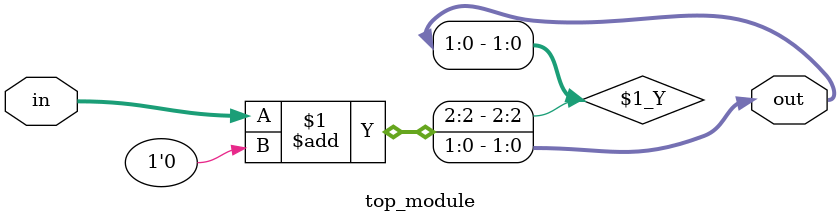
<source format=sv>
module top_module (
    input [2:0] in,
    output [1:0] out
);

    // Assign the sum of the three input bits to the two output bits
    assign out = in[2:0] + 1'b0;

endmodule

</source>
